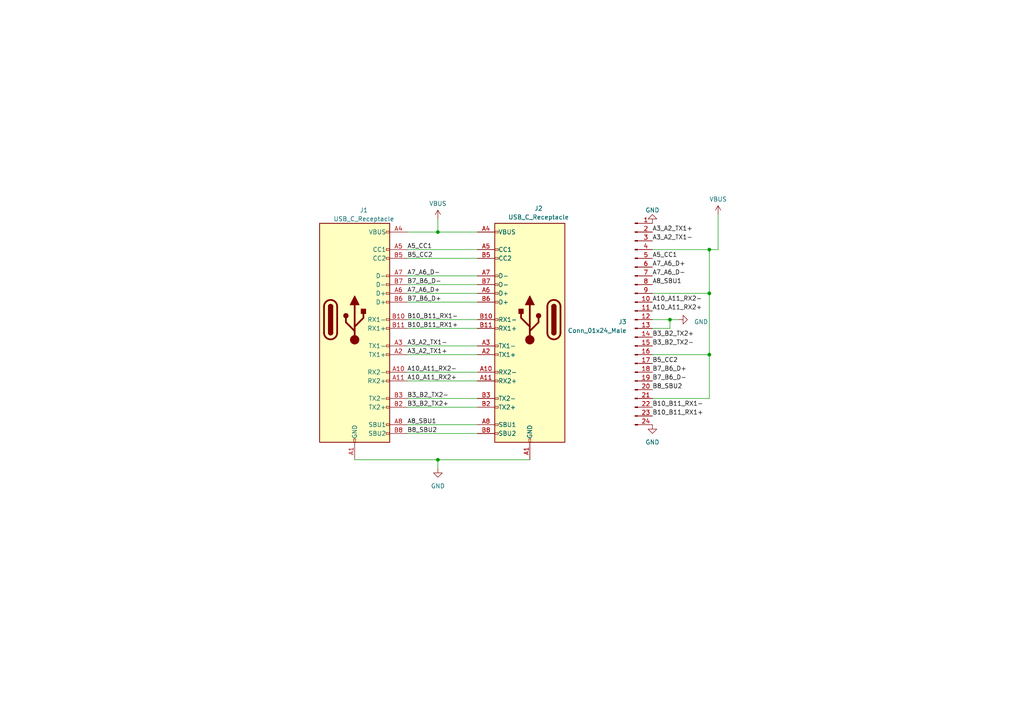
<source format=kicad_sch>
(kicad_sch (version 20210406) (generator eeschema)
  (paper "A4")
  (lib_symbols
    (symbol "Connector:Conn_01x24_Male" (pin_names (offset 1.016) hide)
      (property "Reference" "J" (at 0 30.48 0))
      (property "Value" "Conn_01x24_Male" (at 0 -33.02 0))
      (symbol "Conn_01x24_Male_1_1"
        (rectangle (start 0.8636 -30.353) (end 0 -30.607) (stroke (width 0.1524)) (fill (type outline)))
        (rectangle (start 0.8636 -27.813) (end 0 -28.067) (stroke (width 0.1524)) (fill (type outline)))
        (rectangle (start 0.8636 -25.273) (end 0 -25.527) (stroke (width 0.1524)) (fill (type outline)))
        (rectangle (start 0.8636 -22.733) (end 0 -22.987) (stroke (width 0.1524)) (fill (type outline)))
        (rectangle (start 0.8636 -20.193) (end 0 -20.447) (stroke (width 0.1524)) (fill (type outline)))
        (rectangle (start 0.8636 -17.653) (end 0 -17.907) (stroke (width 0.1524)) (fill (type outline)))
        (rectangle (start 0.8636 -15.113) (end 0 -15.367) (stroke (width 0.1524)) (fill (type outline)))
        (rectangle (start 0.8636 -12.573) (end 0 -12.827) (stroke (width 0.1524)) (fill (type outline)))
        (rectangle (start 0.8636 -10.033) (end 0 -10.287) (stroke (width 0.1524)) (fill (type outline)))
        (rectangle (start 0.8636 -7.493) (end 0 -7.747) (stroke (width 0.1524)) (fill (type outline)))
        (rectangle (start 0.8636 -4.953) (end 0 -5.207) (stroke (width 0.1524)) (fill (type outline)))
        (rectangle (start 0.8636 -2.413) (end 0 -2.667) (stroke (width 0.1524)) (fill (type outline)))
        (rectangle (start 0.8636 0.127) (end 0 -0.127) (stroke (width 0.1524)) (fill (type outline)))
        (rectangle (start 0.8636 2.667) (end 0 2.413) (stroke (width 0.1524)) (fill (type outline)))
        (rectangle (start 0.8636 5.207) (end 0 4.953) (stroke (width 0.1524)) (fill (type outline)))
        (rectangle (start 0.8636 7.747) (end 0 7.493) (stroke (width 0.1524)) (fill (type outline)))
        (rectangle (start 0.8636 10.287) (end 0 10.033) (stroke (width 0.1524)) (fill (type outline)))
        (rectangle (start 0.8636 12.827) (end 0 12.573) (stroke (width 0.1524)) (fill (type outline)))
        (rectangle (start 0.8636 15.367) (end 0 15.113) (stroke (width 0.1524)) (fill (type outline)))
        (rectangle (start 0.8636 17.907) (end 0 17.653) (stroke (width 0.1524)) (fill (type outline)))
        (rectangle (start 0.8636 20.447) (end 0 20.193) (stroke (width 0.1524)) (fill (type outline)))
        (rectangle (start 0.8636 22.987) (end 0 22.733) (stroke (width 0.1524)) (fill (type outline)))
        (rectangle (start 0.8636 25.527) (end 0 25.273) (stroke (width 0.1524)) (fill (type outline)))
        (rectangle (start 0.8636 28.067) (end 0 27.813) (stroke (width 0.1524)) (fill (type outline)))
        (polyline (pts (xy 1.27 -30.48) (xy 0.8636 -30.48)) (stroke (width 0.1524)))
        (polyline (pts (xy 1.27 -27.94) (xy 0.8636 -27.94)) (stroke (width 0.1524)))
        (polyline (pts (xy 1.27 -25.4) (xy 0.8636 -25.4)) (stroke (width 0.1524)))
        (polyline (pts (xy 1.27 -22.86) (xy 0.8636 -22.86)) (stroke (width 0.1524)))
        (polyline (pts (xy 1.27 -20.32) (xy 0.8636 -20.32)) (stroke (width 0.1524)))
        (polyline (pts (xy 1.27 -17.78) (xy 0.8636 -17.78)) (stroke (width 0.1524)))
        (polyline (pts (xy 1.27 -15.24) (xy 0.8636 -15.24)) (stroke (width 0.1524)))
        (polyline (pts (xy 1.27 -12.7) (xy 0.8636 -12.7)) (stroke (width 0.1524)))
        (polyline (pts (xy 1.27 -10.16) (xy 0.8636 -10.16)) (stroke (width 0.1524)))
        (polyline (pts (xy 1.27 -7.62) (xy 0.8636 -7.62)) (stroke (width 0.1524)))
        (polyline (pts (xy 1.27 -5.08) (xy 0.8636 -5.08)) (stroke (width 0.1524)))
        (polyline (pts (xy 1.27 -2.54) (xy 0.8636 -2.54)) (stroke (width 0.1524)))
        (polyline (pts (xy 1.27 0) (xy 0.8636 0)) (stroke (width 0.1524)))
        (polyline (pts (xy 1.27 2.54) (xy 0.8636 2.54)) (stroke (width 0.1524)))
        (polyline (pts (xy 1.27 5.08) (xy 0.8636 5.08)) (stroke (width 0.1524)))
        (polyline (pts (xy 1.27 7.62) (xy 0.8636 7.62)) (stroke (width 0.1524)))
        (polyline (pts (xy 1.27 10.16) (xy 0.8636 10.16)) (stroke (width 0.1524)))
        (polyline (pts (xy 1.27 12.7) (xy 0.8636 12.7)) (stroke (width 0.1524)))
        (polyline (pts (xy 1.27 15.24) (xy 0.8636 15.24)) (stroke (width 0.1524)))
        (polyline (pts (xy 1.27 17.78) (xy 0.8636 17.78)) (stroke (width 0.1524)))
        (polyline (pts (xy 1.27 20.32) (xy 0.8636 20.32)) (stroke (width 0.1524)))
        (polyline (pts (xy 1.27 22.86) (xy 0.8636 22.86)) (stroke (width 0.1524)))
        (polyline (pts (xy 1.27 25.4) (xy 0.8636 25.4)) (stroke (width 0.1524)))
        (polyline (pts (xy 1.27 27.94) (xy 0.8636 27.94)) (stroke (width 0.1524)))
        (pin passive line (at 5.08 27.94 180) (length 3.81) (name "Pin_1") (number "1"))
        (pin passive line (at 5.08 5.08 180) (length 3.81) (name "Pin_10") (number "10"))
        (pin passive line (at 5.08 2.54 180) (length 3.81) (name "Pin_11") (number "11"))
        (pin passive line (at 5.08 0 180) (length 3.81) (name "Pin_12") (number "12"))
        (pin passive line (at 5.08 -2.54 180) (length 3.81) (name "Pin_13") (number "13"))
        (pin passive line (at 5.08 -5.08 180) (length 3.81) (name "Pin_14") (number "14"))
        (pin passive line (at 5.08 -7.62 180) (length 3.81) (name "Pin_15") (number "15"))
        (pin passive line (at 5.08 -10.16 180) (length 3.81) (name "Pin_16") (number "16"))
        (pin passive line (at 5.08 -12.7 180) (length 3.81) (name "Pin_17") (number "17"))
        (pin passive line (at 5.08 -15.24 180) (length 3.81) (name "Pin_18") (number "18"))
        (pin passive line (at 5.08 -17.78 180) (length 3.81) (name "Pin_19") (number "19"))
        (pin passive line (at 5.08 25.4 180) (length 3.81) (name "Pin_2") (number "2"))
        (pin passive line (at 5.08 -20.32 180) (length 3.81) (name "Pin_20") (number "20"))
        (pin passive line (at 5.08 -22.86 180) (length 3.81) (name "Pin_21") (number "21"))
        (pin passive line (at 5.08 -25.4 180) (length 3.81) (name "Pin_22") (number "22"))
        (pin passive line (at 5.08 -27.94 180) (length 3.81) (name "Pin_23") (number "23"))
        (pin passive line (at 5.08 -30.48 180) (length 3.81) (name "Pin_24") (number "24"))
        (pin passive line (at 5.08 22.86 180) (length 3.81) (name "Pin_3") (number "3"))
        (pin passive line (at 5.08 20.32 180) (length 3.81) (name "Pin_4") (number "4"))
        (pin passive line (at 5.08 17.78 180) (length 3.81) (name "Pin_5") (number "5"))
        (pin passive line (at 5.08 15.24 180) (length 3.81) (name "Pin_6") (number "6"))
        (pin passive line (at 5.08 12.7 180) (length 3.81) (name "Pin_7") (number "7"))
        (pin passive line (at 5.08 10.16 180) (length 3.81) (name "Pin_8") (number "8"))
        (pin passive line (at 5.08 7.62 180) (length 3.81) (name "Pin_9") (number "9"))
      )
    )
    (symbol "Connector:USB_C_Receptacle" (pin_names (offset 1.016))
      (property "Reference" "J2" (at -2.54 32.2581 0))
      (property "Value" "USB_C_Receptacle" (at -2.54 29.7181 0))
      (symbol "USB_C_Receptacle_0_0"
        (rectangle (start -0.254 -35.56) (end 0.254 -34.544))
        (rectangle (start 10.16 -32.766) (end 9.144 -33.274))
        (rectangle (start 10.16 -30.226) (end 9.144 -30.734))
        (rectangle (start 10.16 -25.146) (end 9.144 -25.654))
        (rectangle (start 10.16 -22.606) (end 9.144 -23.114))
        (rectangle (start 10.16 -17.526) (end 9.144 -18.034))
        (rectangle (start 10.16 -14.986) (end 9.144 -15.494))
        (rectangle (start 10.16 -9.906) (end 9.144 -10.414))
        (rectangle (start 10.16 -7.366) (end 9.144 -7.874))
        (rectangle (start 10.16 -2.286) (end 9.144 -2.794))
        (rectangle (start 10.16 0.254) (end 9.144 -0.254))
        (rectangle (start 10.16 5.334) (end 9.144 4.826))
        (rectangle (start 10.16 7.874) (end 9.144 7.366))
        (rectangle (start 10.16 10.414) (end 9.144 9.906))
        (rectangle (start 10.16 12.954) (end 9.144 12.446))
        (rectangle (start 10.16 18.034) (end 9.144 17.526))
        (rectangle (start 10.16 20.574) (end 9.144 20.066))
        (rectangle (start 10.16 25.654) (end 9.144 25.146))
      )
      (symbol "USB_C_Receptacle_0_1"
        (arc (start -8.89 -3.81) (end -5.08 -3.81) (radius (at -6.985 -3.81) (length 1.905) (angles -179.9 -0.1)) (stroke (width 0.508)))
        (arc (start -7.62 -3.81) (end -6.35 -3.81) (radius (at -6.985 -3.81) (length 0.635) (angles -179.9 -0.1)) (stroke (width 0.254)))
        (arc (start -6.35 3.81) (end -7.62 3.81) (radius (at -6.985 3.81) (length 0.635) (angles 0.1 179.9)) (stroke (width 0.254)))
        (arc (start -5.08 3.81) (end -8.89 3.81) (radius (at -6.985 3.81) (length 1.905) (angles 0.1 179.9)) (stroke (width 0.508)))
        (arc (start -7.62 -3.81) (end -6.35 -3.81) (radius (at -6.985 -3.81) (length 0.635) (angles -179.9 -0.1)) (stroke (width 0.254)) (fill (type outline)))
        (arc (start -6.35 3.81) (end -7.62 3.81) (radius (at -6.985 3.81) (length 0.635) (angles 0.1 179.9)) (stroke (width 0.254)) (fill (type outline)))
        (rectangle (start -7.62 -3.81) (end -6.35 3.81) (stroke (width 0.254)) (fill (type outline)))
        (rectangle (start -10.16 27.94) (end 10.16 -35.56) (stroke (width 0.254)) (fill (type background)))
        (polyline (pts (xy -8.89 -3.81) (xy -8.89 3.81)) (stroke (width 0.508)))
        (polyline (pts (xy -5.08 3.81) (xy -5.08 -3.81)) (stroke (width 0.508)))
      )
      (symbol "USB_C_Receptacle_1_1"
        (circle (center -2.54 1.143) (radius 0.635) (stroke (width 0.254)) (fill (type outline)))
        (circle (center 0 -5.842) (radius 1.27) (fill (type outline)))
        (rectangle (start 1.905 1.778) (end 3.175 3.048) (stroke (width 0.254)) (fill (type outline)))
        (polyline (pts (xy 0 -5.842) (xy 0 4.318)) (stroke (width 0.508)))
        (polyline (pts (xy 0 -3.302) (xy -2.54 -0.762) (xy -2.54 0.508)) (stroke (width 0.508)))
        (polyline (pts (xy 0 -2.032) (xy 2.54 0.508) (xy 2.54 1.778)) (stroke (width 0.508)))
        (polyline (pts (xy -1.27 4.318) (xy 0 6.858) (xy 1.27 4.318) (xy -1.27 4.318)) (stroke (width 0.254)) (fill (type outline)))
        (pin passive line (at 0 -40.64 90) (length 5.08) (name "GND") (number "A1"))
        (pin bidirectional line (at 15.24 -15.24 180) (length 5.08) (name "RX2-") (number "A10"))
        (pin bidirectional line (at 15.24 -17.78 180) (length 5.08) (name "RX2+") (number "A11"))
        (pin passive line (at 0 -40.64 90) (length 5.08) hide (name "GND") (number "A12"))
        (pin bidirectional line (at 15.24 -10.16 180) (length 5.08) (name "TX1+") (number "A2"))
        (pin bidirectional line (at 15.24 -7.62 180) (length 5.08) (name "TX1-") (number "A3"))
        (pin passive line (at 15.24 25.4 180) (length 5.08) (name "VBUS") (number "A4"))
        (pin bidirectional line (at 15.24 20.32 180) (length 5.08) (name "CC1") (number "A5"))
        (pin bidirectional line (at 15.24 7.62 180) (length 5.08) (name "D+") (number "A6"))
        (pin bidirectional line (at 15.24 12.7 180) (length 5.08) (name "D-") (number "A7"))
        (pin bidirectional line (at 15.24 -30.48 180) (length 5.08) (name "SBU1") (number "A8"))
        (pin passive line (at 15.24 25.4 180) (length 5.08) hide (name "VBUS") (number "A9"))
        (pin passive line (at 0 -40.64 90) (length 5.08) hide (name "GND") (number "B1"))
        (pin bidirectional line (at 15.24 0 180) (length 5.08) (name "RX1-") (number "B10"))
        (pin bidirectional line (at 15.24 -2.54 180) (length 5.08) (name "RX1+") (number "B11"))
        (pin passive line (at 0 -40.64 90) (length 5.08) hide (name "GND") (number "B12"))
        (pin bidirectional line (at 15.24 -25.4 180) (length 5.08) (name "TX2+") (number "B2"))
        (pin bidirectional line (at 15.24 -22.86 180) (length 5.08) (name "TX2-") (number "B3"))
        (pin passive line (at 15.24 25.4 180) (length 5.08) hide (name "VBUS") (number "B4"))
        (pin bidirectional line (at 15.24 17.78 180) (length 5.08) (name "CC2") (number "B5"))
        (pin bidirectional line (at 15.24 5.08 180) (length 5.08) (name "D+") (number "B6"))
        (pin bidirectional line (at 15.24 10.16 180) (length 5.08) (name "D-") (number "B7"))
        (pin bidirectional line (at 15.24 -33.02 180) (length 5.08) (name "SBU2") (number "B8"))
        (pin passive line (at 15.24 25.4 180) (length 5.08) hide (name "VBUS") (number "B9"))
      )
    )
    (symbol "Connector:USB_C_Receptacle_1" (pin_names (offset 1.016))
      (property "Reference" "J1" (at 2.667 31.75 0))
      (property "Value" "USB_C_Receptacle" (at 2.667 29.21 0))
      (symbol "USB_C_Receptacle_1_0_0"
        (rectangle (start -0.254 -35.56) (end 0.254 -34.544))
        (rectangle (start 10.16 -32.766) (end 9.144 -33.274))
        (rectangle (start 10.16 -30.226) (end 9.144 -30.734))
        (rectangle (start 10.16 -25.146) (end 9.144 -25.654))
        (rectangle (start 10.16 -22.606) (end 9.144 -23.114))
        (rectangle (start 10.16 -17.526) (end 9.144 -18.034))
        (rectangle (start 10.16 -14.986) (end 9.144 -15.494))
        (rectangle (start 10.16 -9.906) (end 9.144 -10.414))
        (rectangle (start 10.16 -7.366) (end 9.144 -7.874))
        (rectangle (start 10.16 -2.286) (end 9.144 -2.794))
        (rectangle (start 10.16 0.254) (end 9.144 -0.254))
        (rectangle (start 10.16 5.334) (end 9.144 4.826))
        (rectangle (start 10.16 7.874) (end 9.144 7.366))
        (rectangle (start 10.16 10.414) (end 9.144 9.906))
        (rectangle (start 10.16 12.954) (end 9.144 12.446))
        (rectangle (start 10.16 18.034) (end 9.144 17.526))
        (rectangle (start 10.16 20.574) (end 9.144 20.066))
        (rectangle (start 10.16 25.654) (end 9.144 25.146))
      )
      (symbol "USB_C_Receptacle_1_0_1"
        (arc (start -8.89 -3.81) (end -5.08 -3.81) (radius (at -6.985 -3.81) (length 1.905) (angles -179.9 -0.1)) (stroke (width 0.508)))
        (arc (start -7.62 -3.81) (end -6.35 -3.81) (radius (at -6.985 -3.81) (length 0.635) (angles -179.9 -0.1)) (stroke (width 0.254)))
        (arc (start -6.35 3.81) (end -7.62 3.81) (radius (at -6.985 3.81) (length 0.635) (angles 0.1 179.9)) (stroke (width 0.254)))
        (arc (start -5.08 3.81) (end -8.89 3.81) (radius (at -6.985 3.81) (length 1.905) (angles 0.1 179.9)) (stroke (width 0.508)))
        (arc (start -7.62 -3.81) (end -6.35 -3.81) (radius (at -6.985 -3.81) (length 0.635) (angles -179.9 -0.1)) (stroke (width 0.254)) (fill (type outline)))
        (arc (start -6.35 3.81) (end -7.62 3.81) (radius (at -6.985 3.81) (length 0.635) (angles 0.1 179.9)) (stroke (width 0.254)) (fill (type outline)))
        (rectangle (start -7.62 -3.81) (end -6.35 3.81) (stroke (width 0.254)) (fill (type outline)))
        (rectangle (start -10.16 27.94) (end 10.16 -35.56) (stroke (width 0.254)) (fill (type background)))
        (polyline (pts (xy -8.89 -3.81) (xy -8.89 3.81)) (stroke (width 0.508)))
        (polyline (pts (xy -5.08 3.81) (xy -5.08 -3.81)) (stroke (width 0.508)))
      )
      (symbol "USB_C_Receptacle_1_1_1"
        (circle (center -2.54 1.143) (radius 0.635) (stroke (width 0.254)) (fill (type outline)))
        (circle (center 0 -5.842) (radius 1.27) (fill (type outline)))
        (rectangle (start 1.905 1.778) (end 3.175 3.048) (stroke (width 0.254)) (fill (type outline)))
        (polyline (pts (xy 0 -5.842) (xy 0 4.318)) (stroke (width 0.508)))
        (polyline (pts (xy 0 -3.302) (xy -2.54 -0.762) (xy -2.54 0.508)) (stroke (width 0.508)))
        (polyline (pts (xy 0 -2.032) (xy 2.54 0.508) (xy 2.54 1.778)) (stroke (width 0.508)))
        (polyline (pts (xy -1.27 4.318) (xy 0 6.858) (xy 1.27 4.318) (xy -1.27 4.318)) (stroke (width 0.254)) (fill (type outline)))
        (pin passive line (at 0 -40.64 90) (length 5.08) (name "GND") (number "A1"))
        (pin bidirectional line (at 15.24 -15.24 180) (length 5.08) (name "RX2-") (number "A10"))
        (pin bidirectional line (at 15.24 -17.78 180) (length 5.08) (name "RX2+") (number "A11"))
        (pin power_out line (at 0 -40.64 90) (length 5.08) hide (name "GND") (number "A12"))
        (pin bidirectional line (at 15.24 -10.16 180) (length 5.08) (name "TX1+") (number "A2"))
        (pin bidirectional line (at 15.24 -7.62 180) (length 5.08) (name "TX1-") (number "A3"))
        (pin passive line (at 15.24 25.4 180) (length 5.08) (name "VBUS") (number "A4"))
        (pin bidirectional line (at 15.24 20.32 180) (length 5.08) (name "CC1") (number "A5"))
        (pin bidirectional line (at 15.24 7.62 180) (length 5.08) (name "D+") (number "A6"))
        (pin bidirectional line (at 15.24 12.7 180) (length 5.08) (name "D-") (number "A7"))
        (pin bidirectional line (at 15.24 -30.48 180) (length 5.08) (name "SBU1") (number "A8"))
        (pin power_out line (at 15.24 25.4 180) (length 5.08) hide (name "VBUS") (number "A9"))
        (pin passive line (at 0 -40.64 90) (length 5.08) hide (name "GND") (number "B1"))
        (pin bidirectional line (at 15.24 0 180) (length 5.08) (name "RX1-") (number "B10"))
        (pin bidirectional line (at 15.24 -2.54 180) (length 5.08) (name "RX1+") (number "B11"))
        (pin passive line (at 0 -40.64 90) (length 5.08) hide (name "GND") (number "B12"))
        (pin bidirectional line (at 15.24 -25.4 180) (length 5.08) (name "TX2+") (number "B2"))
        (pin bidirectional line (at 15.24 -22.86 180) (length 5.08) (name "TX2-") (number "B3"))
        (pin passive line (at 15.24 25.4 180) (length 5.08) hide (name "VBUS") (number "B4"))
        (pin bidirectional line (at 15.24 17.78 180) (length 5.08) (name "CC2") (number "B5"))
        (pin bidirectional line (at 15.24 5.08 180) (length 5.08) (name "D+") (number "B6"))
        (pin bidirectional line (at 15.24 10.16 180) (length 5.08) (name "D-") (number "B7"))
        (pin bidirectional line (at 15.24 -33.02 180) (length 5.08) (name "SBU2") (number "B8"))
        (pin passive line (at 15.24 25.4 180) (length 5.08) hide (name "VBUS") (number "B9"))
      )
    )
    (symbol "power:GND" (power) (pin_names (offset 0))
      (property "Value" "GND" (at 0 -3.81 0))
      (symbol "GND_0_1"
        (polyline (pts (xy 0 0) (xy 0 -1.27) (xy 1.27 -1.27) (xy 0 -2.54) (xy -1.27 -1.27) (xy 0 -1.27)))
      )
      (symbol "GND_1_1"
        (pin power_in line (at 0 0 270) (length 0) hide (name "GND") (number "1"))
      )
    )
    (symbol "power:VBUS" (power) (pin_names (offset 0))
      (property "Value" "VBUS" (at 0 3.81 0))
      (symbol "VBUS_0_1"
        (polyline (pts (xy -0.762 1.27) (xy 0 2.54)))
        (polyline (pts (xy 0 0) (xy 0 2.54)))
        (polyline (pts (xy 0 2.54) (xy 0.762 1.27)))
      )
      (symbol "VBUS_1_1"
        (pin power_in line (at 0 0 90) (length 0) hide (name "VBUS") (number "1"))
      )
    )
  )
  (junction (at 127 67.31) (diameter 0.9144))
  (junction (at 127 133.35) (diameter 0.9144))
  (junction (at 194.31 92.71) (diameter 0.9144))
  (junction (at 205.74 72.39) (diameter 0.9144))
  (junction (at 205.74 85.09) (diameter 0.9144))
  (junction (at 205.74 102.87) (diameter 0.9144))
  (wire (pts (xy 102.87 133.35) (xy 127 133.35)))
  (wire (pts (xy 118.11 67.31) (xy 127 67.31)))
  (wire (pts (xy 118.11 72.39) (xy 138.43 72.39)))
  (wire (pts (xy 118.11 74.93) (xy 138.43 74.93)))
  (wire (pts (xy 118.11 80.01) (xy 138.43 80.01)))
  (wire (pts (xy 118.11 82.55) (xy 138.43 82.55)))
  (wire (pts (xy 118.11 85.09) (xy 138.43 85.09)))
  (wire (pts (xy 118.11 87.63) (xy 138.43 87.63)))
  (wire (pts (xy 118.11 92.71) (xy 138.43 92.71)))
  (wire (pts (xy 118.11 95.25) (xy 138.43 95.25)))
  (wire (pts (xy 118.11 100.33) (xy 138.43 100.33)))
  (wire (pts (xy 118.11 102.87) (xy 138.43 102.87)))
  (wire (pts (xy 118.11 107.95) (xy 138.43 107.95)))
  (wire (pts (xy 118.11 110.49) (xy 138.43 110.49)))
  (wire (pts (xy 118.11 115.57) (xy 138.43 115.57)))
  (wire (pts (xy 118.11 118.11) (xy 138.43 118.11)))
  (wire (pts (xy 118.11 123.19) (xy 138.43 123.19)))
  (wire (pts (xy 118.11 125.73) (xy 138.43 125.73)))
  (wire (pts (xy 127 67.31) (xy 127 63.5)))
  (wire (pts (xy 127 133.35) (xy 127 135.89)))
  (wire (pts (xy 138.43 67.31) (xy 127 67.31)))
  (wire (pts (xy 153.67 133.35) (xy 127 133.35)))
  (wire (pts (xy 189.23 72.39) (xy 205.74 72.39)))
  (wire (pts (xy 189.23 85.09) (xy 205.74 85.09)))
  (wire (pts (xy 189.23 92.71) (xy 194.31 92.71)))
  (wire (pts (xy 189.23 95.25) (xy 194.31 95.25)))
  (wire (pts (xy 189.23 102.87) (xy 205.74 102.87)))
  (wire (pts (xy 189.23 115.57) (xy 205.74 115.57)))
  (wire (pts (xy 194.31 92.71) (xy 196.85 92.71)))
  (wire (pts (xy 194.31 95.25) (xy 194.31 92.71)))
  (wire (pts (xy 205.74 72.39) (xy 208.28 72.39)))
  (wire (pts (xy 205.74 85.09) (xy 205.74 72.39)))
  (wire (pts (xy 205.74 102.87) (xy 205.74 85.09)))
  (wire (pts (xy 205.74 115.57) (xy 205.74 102.87)))
  (wire (pts (xy 208.28 62.23) (xy 208.28 72.39)))
  (label "A5_CC1" (at 118.11 72.39 0))
  (label "B5_CC2" (at 118.11 74.93 0))
  (label "A7_A6_D-" (at 118.11 80.01 0))
  (label "B7_B6_D-" (at 118.11 82.55 0))
  (label "A7_A6_D+" (at 118.11 85.09 0))
  (label "B7_B6_D+" (at 118.11 87.63 0))
  (label "B10_B11_RX1-" (at 118.11 92.71 0))
  (label "B10_B11_RX1+" (at 118.11 95.25 0))
  (label "A3_A2_TX1-" (at 118.11 100.33 0))
  (label "A3_A2_TX1+" (at 118.11 102.87 0))
  (label "A10_A11_RX2-" (at 118.11 107.95 0))
  (label "A10_A11_RX2+" (at 118.11 110.49 0))
  (label "B3_B2_TX2-" (at 118.11 115.57 0))
  (label "B3_B2_TX2+" (at 118.11 118.11 0))
  (label "A8_SBU1" (at 118.11 123.19 0))
  (label "B8_SBU2" (at 118.11 125.73 0))
  (label "A3_A2_TX1+" (at 189.23 67.31 0))
  (label "A3_A2_TX1-" (at 189.23 69.85 0))
  (label "A5_CC1" (at 189.23 74.93 0))
  (label "A7_A6_D+" (at 189.23 77.47 0))
  (label "A7_A6_D-" (at 189.23 80.01 0))
  (label "A8_SBU1" (at 189.23 82.55 0))
  (label "A10_A11_RX2-" (at 189.23 87.63 0))
  (label "A10_A11_RX2+" (at 189.23 90.17 0))
  (label "B3_B2_TX2+" (at 189.23 97.79 0))
  (label "B3_B2_TX2-" (at 189.23 100.33 0))
  (label "B5_CC2" (at 189.23 105.41 0))
  (label "B7_B6_D+" (at 189.23 107.95 0))
  (label "B7_B6_D-" (at 189.23 110.49 0))
  (label "B8_SBU2" (at 189.23 113.03 0))
  (label "B10_B11_RX1-" (at 189.23 118.11 0))
  (label "B10_B11_RX1+" (at 189.23 120.65 0))
  (symbol (lib_id "power:VBUS") (at 127 63.5 0) (unit 1)
    (property "Reference" "#PWR0101" (effects hide))
    (property "Value" "VBUS" (at 127 59.055 0))
  )
  (symbol (lib_id "power:VBUS") (at 208.28 62.23 0) (unit 1)
    (property "Reference" "#PWR0103" (effects hide))
    (property "Value" "VBUS" (at 208.28 57.785 0))
  )
  (symbol (lib_id "power:GND") (at 127 135.89 0) (unit 1)
    (property "Reference" "#PWR0102" (effects hide))
    (property "Value" "GND" (at 127 140.97 0))
  )
  (symbol (lib_id "power:GND") (at 189.23 64.77 180) (unit 1)
    (property "Reference" "#PWR0104" (effects hide))
    (property "Value" "GND" (at 189.23 60.96 0))
  )
  (symbol (lib_id "power:GND") (at 189.23 123.19 0) (unit 1)
    (property "Reference" "#PWR0106" (effects hide))
    (property "Value" "GND" (at 189.23 128.27 0))
  )
  (symbol (lib_id "power:GND") (at 196.85 92.71 90) (unit 1)
    (property "Reference" "#PWR?" (effects hide))
    (property "Value" "GND" (at 201.295 93.3449 90) (effects (justify right)))
  )
  (symbol (lib_id "Connector:Conn_01x24_Male") (at 184.15 92.71 0) (unit 1)
    (property "Reference" "J3" (at 181.7624 93.345 0) (effects (justify right)))
    (property "Value" "Conn_01x24_Male" (at 181.7624 95.885 0) (effects (justify right)))
    (property "Footprint" "Connector_PinHeader_2.54mm:PinHeader_1x24_P2.54mm_Vertical" (effects hide))
  )
  (symbol (lib_name "Connector:USB_C_Receptacle_1") (lib_id "Connector:USB_C_Receptacle") (at 102.87 92.71 0) (unit 1)
    (property "Reference" "J1" (at 105.537 60.96 0))
    (property "Value" "USB_C_Receptacle" (at 105.537 63.5 0))
    (property "Footprint" "FUSB301:USB_C_Receptable_PCB" (effects hide))
    (property "Datasheet" "https://www.usb.org/sites/default/files/documents/usb_type-c.zip" (effects hide))
  )
  (symbol (lib_id "Connector:USB_C_Receptacle") (at 153.67 92.71 0) (mirror y) (unit 1)
    (property "Reference" "J2" (at 156.21 60.4519 0))
    (property "Value" "USB_C_Receptacle" (at 156.21 62.9919 0))
    (property "Footprint" "FUSB301:USB_C_Receptable_PCB" (effects hide))
    (property "Datasheet" "https://www.usb.org/sites/default/files/documents/usb_type-c.zip" (effects hide))
  )
)
</source>
